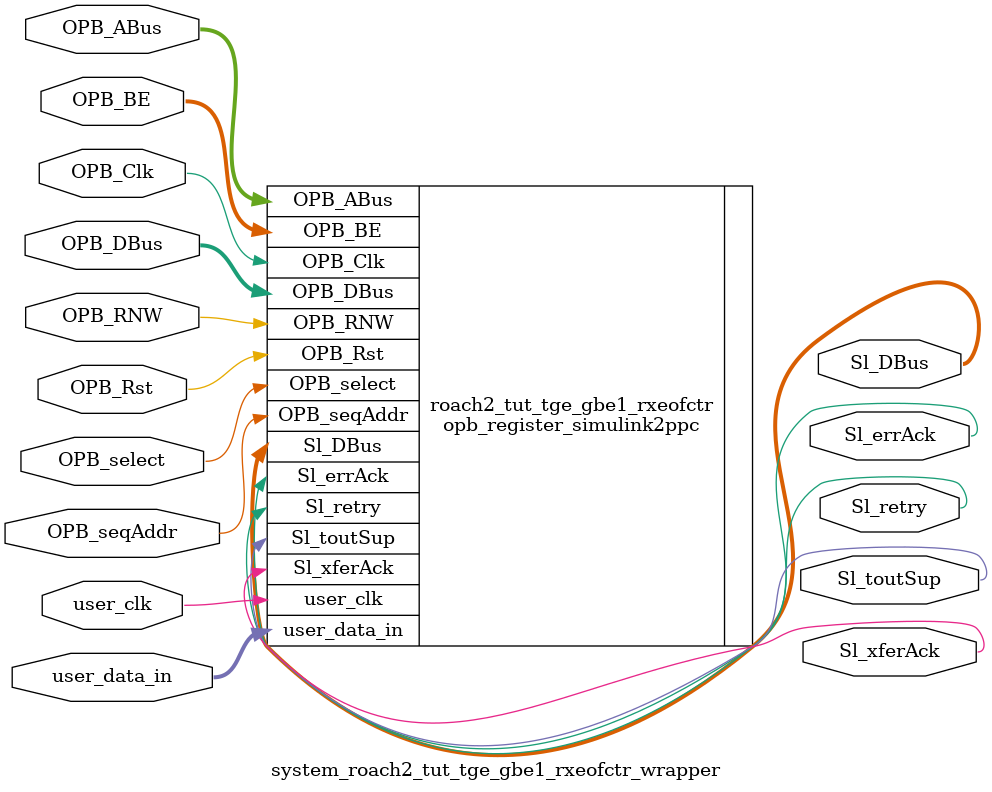
<source format=v>

module system_roach2_tut_tge_gbe1_rxeofctr_wrapper
  (
    OPB_Clk,
    OPB_Rst,
    Sl_DBus,
    Sl_errAck,
    Sl_retry,
    Sl_toutSup,
    Sl_xferAck,
    OPB_ABus,
    OPB_BE,
    OPB_DBus,
    OPB_RNW,
    OPB_select,
    OPB_seqAddr,
    user_data_in,
    user_clk
  );
  input OPB_Clk;
  input OPB_Rst;
  output [0:31] Sl_DBus;
  output Sl_errAck;
  output Sl_retry;
  output Sl_toutSup;
  output Sl_xferAck;
  input [0:31] OPB_ABus;
  input [0:3] OPB_BE;
  input [0:31] OPB_DBus;
  input OPB_RNW;
  input OPB_select;
  input OPB_seqAddr;
  input [31:0] user_data_in;
  input user_clk;

  opb_register_simulink2ppc
    #(
      .C_BASEADDR ( 32'h01088200 ),
      .C_HIGHADDR ( 32'h010882FF ),
      .C_OPB_AWIDTH ( 32 ),
      .C_OPB_DWIDTH ( 32 ),
      .C_FAMILY ( "virtex6" )
    )
    roach2_tut_tge_gbe1_rxeofctr (
      .OPB_Clk ( OPB_Clk ),
      .OPB_Rst ( OPB_Rst ),
      .Sl_DBus ( Sl_DBus ),
      .Sl_errAck ( Sl_errAck ),
      .Sl_retry ( Sl_retry ),
      .Sl_toutSup ( Sl_toutSup ),
      .Sl_xferAck ( Sl_xferAck ),
      .OPB_ABus ( OPB_ABus ),
      .OPB_BE ( OPB_BE ),
      .OPB_DBus ( OPB_DBus ),
      .OPB_RNW ( OPB_RNW ),
      .OPB_select ( OPB_select ),
      .OPB_seqAddr ( OPB_seqAddr ),
      .user_data_in ( user_data_in ),
      .user_clk ( user_clk )
    );

endmodule


</source>
